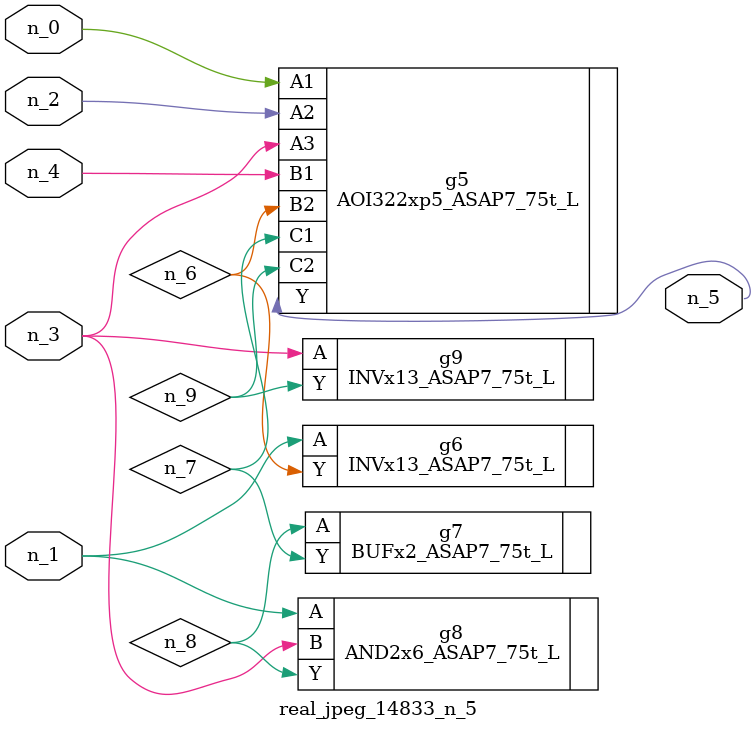
<source format=v>
module real_jpeg_14833_n_5 (n_4, n_0, n_1, n_2, n_3, n_5);

input n_4;
input n_0;
input n_1;
input n_2;
input n_3;

output n_5;

wire n_8;
wire n_6;
wire n_7;
wire n_9;

AOI322xp5_ASAP7_75t_L g5 ( 
.A1(n_0),
.A2(n_2),
.A3(n_3),
.B1(n_4),
.B2(n_6),
.C1(n_7),
.C2(n_9),
.Y(n_5)
);

INVx13_ASAP7_75t_L g6 ( 
.A(n_1),
.Y(n_6)
);

AND2x6_ASAP7_75t_L g8 ( 
.A(n_1),
.B(n_3),
.Y(n_8)
);

INVx13_ASAP7_75t_L g9 ( 
.A(n_3),
.Y(n_9)
);

BUFx2_ASAP7_75t_L g7 ( 
.A(n_8),
.Y(n_7)
);


endmodule
</source>
